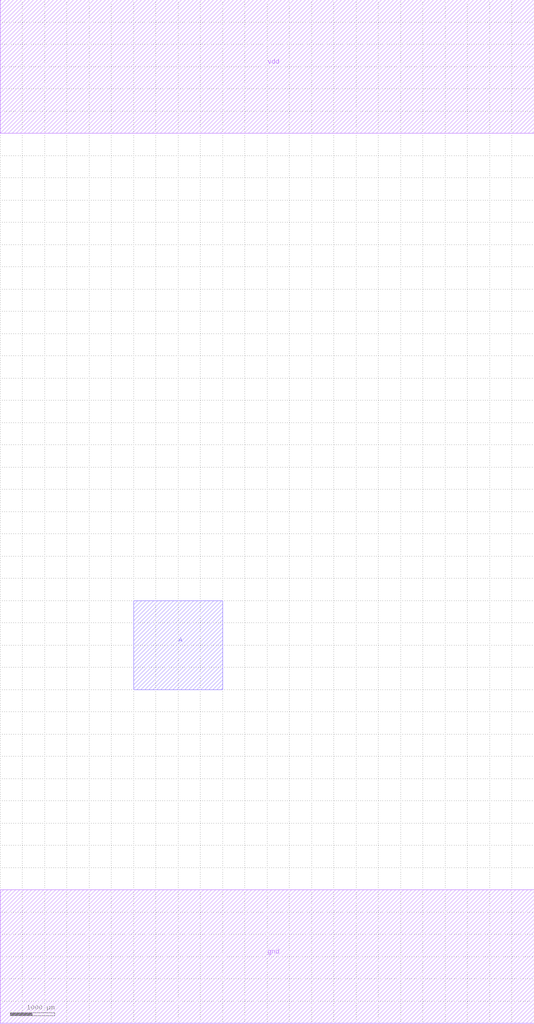
<source format=lef>
MACRO INVX4
 CLASS CORE ;
 ORIGIN 0 0 ;
 FOREIGN INVX4 0 0 ;
 SITE CORE ;
 SYMMETRY X Y R90 ;
  PIN vdd
   DIRECTION INOUT ;
   USE SIGNAL ;
   SHAPE ABUTMENT ;
    PORT
     CLASS CORE ;
       LAYER metal1 ;
        RECT 0.00000000 18500.00000000 12000.00000000 21500.00000000 ;
    END
  END vdd

  PIN gnd
   DIRECTION INOUT ;
   USE SIGNAL ;
   SHAPE ABUTMENT ;
    PORT
     CLASS CORE ;
       LAYER metal1 ;
        RECT 0.00000000 -1500.00000000 12000.00000000 1500.00000000 ;
    END
  END gnd

  PIN A
   DIRECTION INOUT ;
   USE SIGNAL ;
   SHAPE ABUTMENT ;
    PORT
     CLASS CORE ;
       LAYER metal2 ;
        RECT 3000.00000000 6000.00000000 5000.00000000 8000.00000000 ;
    END
  END A


END INVX4

</source>
